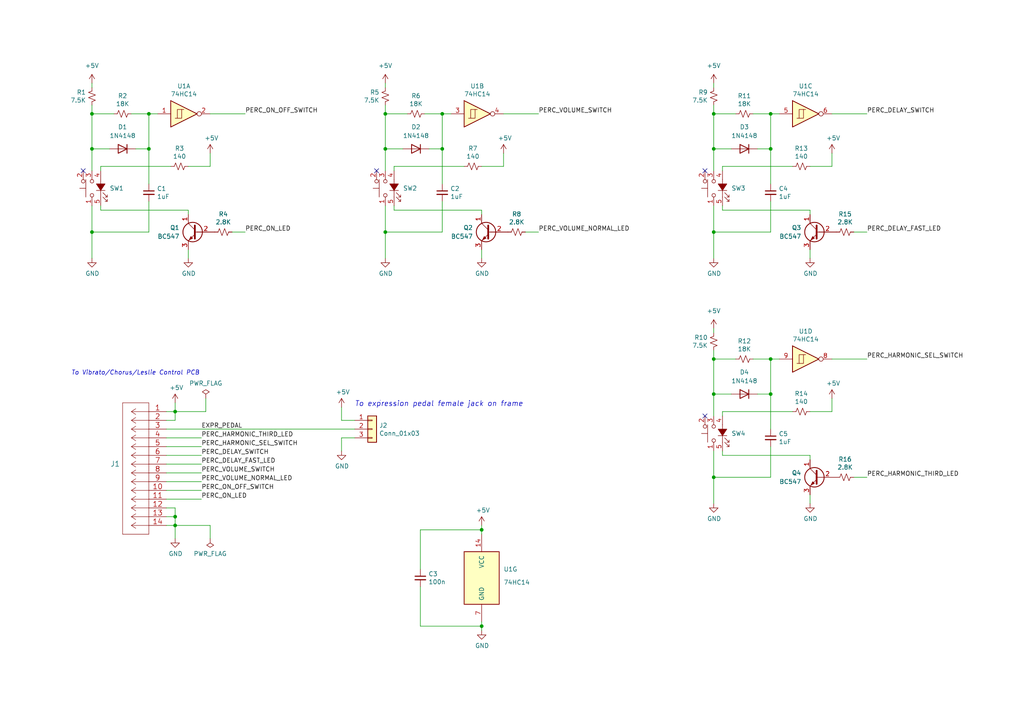
<source format=kicad_sch>
(kicad_sch (version 20231120) (generator "eeschema") (generator_version "8.0")
  (paper "A4")
  (title_block (title "B3 Percussions + Expression Pedal Controls") (date "2022-02-26") (rev "1.0") (company "Picherie"))
  (lib_symbols
    (symbol "74xx:74HC14" (pin_names (offset 1.016))
      (property "Reference" "U" (at 0 1.27 0))
      (property "Value" "74HC14" (at 0 -1.27 0))
      (symbol "74HC14_1_0"
        (polyline (pts (xy -3.81 3.81) (xy -3.81 -3.81) (xy 3.81 0) (xy -3.81 3.81)) (stroke (width 0.254)) (fill (type background)))
        (pin input line (at -7.62 0 0) (length 3.81) (name "~") (number "1"))
        (pin output inverted (at 7.62 0 180) (length 3.81) (name "~") (number "2"))
      )
      (symbol "74HC14_1_1"
        (polyline (pts (xy -1.905 -1.27) (xy -1.905 1.27) (xy -0.635 1.27)))
        (polyline (pts (xy -2.54 -1.27) (xy -0.635 -1.27) (xy -0.635 1.27) (xy 0 1.27)))
      )
      (symbol "74HC14_2_0"
        (polyline (pts (xy -3.81 3.81) (xy -3.81 -3.81) (xy 3.81 0) (xy -3.81 3.81)) (stroke (width 0.254)) (fill (type background)))
        (pin input line (at -7.62 0 0) (length 3.81) (name "~") (number "3"))
        (pin output inverted (at 7.62 0 180) (length 3.81) (name "~") (number "4"))
      )
      (symbol "74HC14_2_1"
        (polyline (pts (xy -1.905 -1.27) (xy -1.905 1.27) (xy -0.635 1.27)))
        (polyline (pts (xy -2.54 -1.27) (xy -0.635 -1.27) (xy -0.635 1.27) (xy 0 1.27)))
      )
      (symbol "74HC14_3_0"
        (polyline (pts (xy -3.81 3.81) (xy -3.81 -3.81) (xy 3.81 0) (xy -3.81 3.81)) (stroke (width 0.254)) (fill (type background)))
        (pin input line (at -7.62 0 0) (length 3.81) (name "~") (number "5"))
        (pin output inverted (at 7.62 0 180) (length 3.81) (name "~") (number "6"))
      )
      (symbol "74HC14_3_1"
        (polyline (pts (xy -1.905 -1.27) (xy -1.905 1.27) (xy -0.635 1.27)))
        (polyline (pts (xy -2.54 -1.27) (xy -0.635 -1.27) (xy -0.635 1.27) (xy 0 1.27)))
      )
      (symbol "74HC14_4_0"
        (polyline (pts (xy -3.81 3.81) (xy -3.81 -3.81) (xy 3.81 0) (xy -3.81 3.81)) (stroke (width 0.254)) (fill (type background)))
        (pin output inverted (at 7.62 0 180) (length 3.81) (name "~") (number "8"))
        (pin input line (at -7.62 0 0) (length 3.81) (name "~") (number "9"))
      )
      (symbol "74HC14_4_1"
        (polyline (pts (xy -1.905 -1.27) (xy -1.905 1.27) (xy -0.635 1.27)))
        (polyline (pts (xy -2.54 -1.27) (xy -0.635 -1.27) (xy -0.635 1.27) (xy 0 1.27)))
      )
      (symbol "74HC14_5_0"
        (polyline (pts (xy -3.81 3.81) (xy -3.81 -3.81) (xy 3.81 0) (xy -3.81 3.81)) (stroke (width 0.254)) (fill (type background)))
        (pin output inverted (at 7.62 0 180) (length 3.81) (name "~") (number "10"))
        (pin input line (at -7.62 0 0) (length 3.81) (name "~") (number "11"))
      )
      (symbol "74HC14_5_1"
        (polyline (pts (xy -1.905 -1.27) (xy -1.905 1.27) (xy -0.635 1.27)))
        (polyline (pts (xy -2.54 -1.27) (xy -0.635 -1.27) (xy -0.635 1.27) (xy 0 1.27)))
      )
      (symbol "74HC14_6_0"
        (polyline (pts (xy -3.81 3.81) (xy -3.81 -3.81) (xy 3.81 0) (xy -3.81 3.81)) (stroke (width 0.254)) (fill (type background)))
        (pin output inverted (at 7.62 0 180) (length 3.81) (name "~") (number "12"))
        (pin input line (at -7.62 0 0) (length 3.81) (name "~") (number "13"))
      )
      (symbol "74HC14_6_1"
        (polyline (pts (xy -1.905 -1.27) (xy -1.905 1.27) (xy -0.635 1.27)))
        (polyline (pts (xy -2.54 -1.27) (xy -0.635 -1.27) (xy -0.635 1.27) (xy 0 1.27)))
      )
      (symbol "74HC14_7_0"
        (pin power_in line (at 0 12.7 270) (length 5.08) (name "VCC") (number "14"))
        (pin power_in line (at 0 -12.7 90) (length 5.08) (name "GND") (number "7"))
      )
      (symbol "74HC14_7_1"
        (rectangle (start -5.08 7.62) (end 5.08 -7.62) (stroke (width 0.254)) (fill (type background)))
      )
    )
    (symbol "B3_Switches_Library:E-SWITCH-SW_Push_LED" (pin_names (offset 1.016) hide)
      (property "Reference" "SW" (at -3.556 6.604 0))
      (property "Value" "E-SWITCH-SW_Push_LED" (at 0 -3.175 0))
      (symbol "E-SWITCH-SW_Push_LED_0_0"
        (polyline (pts (xy -3.81 -1.905) (xy -2.54 -0.635)))
        (polyline (pts (xy -2.54 -1.905) (xy -1.27 -0.635)))
        (polyline (pts (xy -2.54 0) (xy 2.54 0)))
        (polyline (pts (xy -0.635 1.27) (xy -0.635 -1.27)))
        (polyline (pts (xy -3.81 -1.27) (xy -3.81 -1.905) (xy -3.175 -1.905)))
        (polyline (pts (xy -2.54 -1.27) (xy -2.54 -1.905) (xy -1.905 -1.905)))
        (polyline (pts (xy -0.635 0) (xy 1.27 1.27) (xy 1.27 -1.27) (xy -0.635 0)) (fill (type outline)))
      )
      (symbol "E-SWITCH-SW_Push_LED_0_1"
        (circle (center -2.032 2.54) (radius 0.508))
        (polyline (pts (xy 0 4.318) (xy 0 6.096)))
        (polyline (pts (xy 2.54 4.318) (xy -2.54 4.318)))
        (circle (center 2.032 2.54) (radius 0.508))
        (circle (center 2.032 5.08) (radius 0.508))
        (pin passive line (at -5.08 2.54 0) (length 2.54) (name "1") (number "1"))
        (pin passive line (at 5.08 5.08 180) (length 2.54) (name "2") (number "2"))
        (pin passive line (at 5.08 2.54 180) (length 2.54) (name "3") (number "3"))
        (pin passive line (at 5.08 0 180) (length 2.54) (name "A") (number "4"))
        (pin passive line (at -5.08 0 0) (length 2.54) (name "K") (number "5"))
      )
    )
    (symbol "Connector_Generic:Conn_01x03" (pin_names (offset 1.016) hide)
      (property "Reference" "J" (at 0 5.08 0))
      (property "Value" "Conn_01x03" (at 0 -5.08 0))
      (symbol "Conn_01x03_1_1"
        (rectangle (start -1.27 -2.413) (end 0 -2.667) (stroke (width 0.1524)))
        (rectangle (start -1.27 0.127) (end 0 -0.127) (stroke (width 0.1524)))
        (rectangle (start -1.27 2.667) (end 0 2.413) (stroke (width 0.1524)))
        (rectangle (start -1.27 3.81) (end 1.27 -3.81) (stroke (width 0.254)) (fill (type background)))
        (pin passive line (at -5.08 2.54 0) (length 3.81) (name "Pin_1") (number "1"))
        (pin passive line (at -5.08 0 0) (length 3.81) (name "Pin_2") (number "2"))
        (pin passive line (at -5.08 -2.54 0) (length 3.81) (name "Pin_3") (number "3"))
      )
    )
    (symbol "Device:C_Small" (pin_numbers hide) (pin_names (offset 0.254) hide)
      (property "Reference" "C" (at 0.254 1.778 0))
      (property "Value" "C_Small" (at 0.254 -2.032 0))
      (symbol "C_Small_0_1"
        (polyline (pts (xy -1.524 -0.508) (xy 1.524 -0.508)) (stroke (width 0.3302)))
        (polyline (pts (xy -1.524 0.508) (xy 1.524 0.508)) (stroke (width 0.3048)))
      )
      (symbol "C_Small_1_1"
        (pin passive line (at 0 2.54 270) (length 2.032) (name "~") (number "1"))
        (pin passive line (at 0 -2.54 90) (length 2.032) (name "~") (number "2"))
      )
    )
    (symbol "Device:R_Small_US" (pin_numbers hide) (pin_names (offset 0.254) hide)
      (property "Reference" "R" (at 0.762 0.508 0))
      (property "Value" "R_Small_US" (at 0.762 -1.016 0))
      (symbol "R_Small_US_1_1"
        (polyline (pts (xy 0 0) (xy 1.016 -0.381) (xy 0 -0.762) (xy -1.016 -1.143) (xy 0 -1.524)))
        (polyline (pts (xy 0 1.524) (xy 1.016 1.143) (xy 0 0.762) (xy -1.016 0.381) (xy 0 0)))
        (pin passive line (at 0 2.54 270) (length 1.016) (name "~") (number "1"))
        (pin passive line (at 0 -2.54 90) (length 1.016) (name "~") (number "2"))
      )
    )
    (symbol "Diode:1N4148" (pin_numbers hide) (pin_names (offset 1.016) hide)
      (property "Reference" "D" (at 0 2.54 0))
      (property "Value" "1N4148" (at 0 -2.54 0))
      (symbol "1N4148_0_1"
        (polyline (pts (xy -1.27 1.27) (xy -1.27 -1.27)) (stroke (width 0.254)))
        (polyline (pts (xy 1.27 0) (xy -1.27 0)))
        (polyline (pts (xy 1.27 1.27) (xy 1.27 -1.27) (xy -1.27 0) (xy 1.27 1.27)) (stroke (width 0.254)))
      )
      (symbol "1N4148_1_1"
        (pin passive line (at -3.81 0 0) (length 2.54) (name "K") (number "1"))
        (pin passive line (at 3.81 0 180) (length 2.54) (name "A") (number "2"))
      )
    )
    (symbol "Transistor_BJT:BC547" (pin_names (offset 0) hide)
      (property "Reference" "Q" (at 5.08 1.905 0))
      (property "Value" "BC547" (at 5.08 0 0))
      (symbol "BC547_0_1"
        (polyline (pts (xy 0 0) (xy 0.635 0)))
        (polyline (pts (xy 0.635 0.635) (xy 2.54 2.54)))
        (polyline (pts (xy 0.635 -0.635) (xy 2.54 -2.54) (xy 2.54 -2.54)))
        (polyline (pts (xy 0.635 1.905) (xy 0.635 -1.905) (xy 0.635 -1.905)) (stroke (width 0.508)))
        (polyline (pts (xy 1.27 -1.778) (xy 1.778 -1.27) (xy 2.286 -2.286) (xy 1.27 -1.778) (xy 1.27 -1.778)) (fill (type outline)))
        (circle (center 1.27 0) (radius 2.8194) (stroke (width 0.254)))
      )
      (symbol "BC547_1_1"
        (pin passive line (at 2.54 5.08 270) (length 2.54) (name "C") (number "1"))
        (pin input line (at -5.08 0 0) (length 5.08) (name "B") (number "2"))
        (pin passive line (at 2.54 -5.08 90) (length 2.54) (name "E") (number "3"))
      )
    )
    (symbol "b3_connectors_library:8-215079-4" (pin_names (offset 0.254) hide)
      (property "Reference" "J" (at 8.89 6.35 0))
      (property "Value" "8-215079-4" (at 10.16 -15.24 0))
      (symbol "8-215079-4_1_1"
        (polyline (pts (xy 5.08 -35.56) (xy 12.7 -35.56)) (stroke (width 0.127)))
        (polyline (pts (xy 5.08 2.54) (xy 5.08 -35.56)) (stroke (width 0.127)))
        (polyline (pts (xy 10.16 -33.02) (xy 5.08 -33.02)) (stroke (width 0.127)))
        (polyline (pts (xy 10.16 -33.02) (xy 8.89 -33.8582)) (stroke (width 0.127)))
        (polyline (pts (xy 10.16 -33.02) (xy 8.89 -32.1818)) (stroke (width 0.127)))
        (polyline (pts (xy 10.16 -30.48) (xy 5.08 -30.48)) (stroke (width 0.127)))
        (polyline (pts (xy 10.16 -30.48) (xy 8.89 -31.3182)) (stroke (width 0.127)))
        (polyline (pts (xy 10.16 -30.48) (xy 8.89 -29.6418)) (stroke (width 0.127)))
        (polyline (pts (xy 10.16 -27.94) (xy 5.08 -27.94)) (stroke (width 0.127)))
        (polyline (pts (xy 10.16 -27.94) (xy 8.89 -28.7782)) (stroke (width 0.127)))
        (polyline (pts (xy 10.16 -27.94) (xy 8.89 -27.1018)) (stroke (width 0.127)))
        (polyline (pts (xy 10.16 -25.4) (xy 5.08 -25.4)) (stroke (width 0.127)))
        (polyline (pts (xy 10.16 -25.4) (xy 8.89 -26.2382)) (stroke (width 0.127)))
        (polyline (pts (xy 10.16 -25.4) (xy 8.89 -24.5618)) (stroke (width 0.127)))
        (polyline (pts (xy 10.16 -22.86) (xy 5.08 -22.86)) (stroke (width 0.127)))
        (polyline (pts (xy 10.16 -22.86) (xy 8.89 -23.6982)) (stroke (width 0.127)))
        (polyline (pts (xy 10.16 -22.86) (xy 8.89 -22.0218)) (stroke (width 0.127)))
        (polyline (pts (xy 10.16 -20.32) (xy 5.08 -20.32)) (stroke (width 0.127)))
        (polyline (pts (xy 10.16 -20.32) (xy 8.89 -21.1582)) (stroke (width 0.127)))
        (polyline (pts (xy 10.16 -20.32) (xy 8.89 -19.4818)) (stroke (width 0.127)))
        (polyline (pts (xy 10.16 -17.78) (xy 5.08 -17.78)) (stroke (width 0.127)))
        (polyline (pts (xy 10.16 -17.78) (xy 8.89 -18.6182)) (stroke (width 0.127)))
        (polyline (pts (xy 10.16 -17.78) (xy 8.89 -16.9418)) (stroke (width 0.127)))
        (polyline (pts (xy 10.16 -15.24) (xy 5.08 -15.24)) (stroke (width 0.127)))
        (polyline (pts (xy 10.16 -15.24) (xy 8.89 -16.0782)) (stroke (width 0.127)))
        (polyline (pts (xy 10.16 -15.24) (xy 8.89 -14.4018)) (stroke (width 0.127)))
        (polyline (pts (xy 10.16 -12.7) (xy 5.08 -12.7)) (stroke (width 0.127)))
        (polyline (pts (xy 10.16 -12.7) (xy 8.89 -13.5382)) (stroke (width 0.127)))
        (polyline (pts (xy 10.16 -12.7) (xy 8.89 -11.8618)) (stroke (width 0.127)))
        (polyline (pts (xy 10.16 -10.16) (xy 5.08 -10.16)) (stroke (width 0.127)))
        (polyline (pts (xy 10.16 -10.16) (xy 8.89 -10.9982)) (stroke (width 0.127)))
        (polyline (pts (xy 10.16 -10.16) (xy 8.89 -9.3218)) (stroke (width 0.127)))
        (polyline (pts (xy 10.16 -7.62) (xy 5.08 -7.62)) (stroke (width 0.127)))
        (polyline (pts (xy 10.16 -7.62) (xy 8.89 -8.4582)) (stroke (width 0.127)))
        (polyline (pts (xy 10.16 -7.62) (xy 8.89 -6.7818)) (stroke (width 0.127)))
        (polyline (pts (xy 10.16 -5.08) (xy 5.08 -5.08)) (stroke (width 0.127)))
        (polyline (pts (xy 10.16 -5.08) (xy 8.89 -5.9182)) (stroke (width 0.127)))
        (polyline (pts (xy 10.16 -5.08) (xy 8.89 -4.2418)) (stroke (width 0.127)))
        (polyline (pts (xy 10.16 -2.54) (xy 5.08 -2.54)) (stroke (width 0.127)))
        (polyline (pts (xy 10.16 -2.54) (xy 8.89 -3.3782)) (stroke (width 0.127)))
        (polyline (pts (xy 10.16 -2.54) (xy 8.89 -1.7018)) (stroke (width 0.127)))
        (polyline (pts (xy 10.16 0) (xy 5.08 0)) (stroke (width 0.127)))
        (polyline (pts (xy 10.16 0) (xy 8.89 -0.8382)) (stroke (width 0.127)))
        (polyline (pts (xy 10.16 0) (xy 8.89 0.8382)) (stroke (width 0.127)))
        (polyline (pts (xy 12.7 -35.56) (xy 12.7 2.54)) (stroke (width 0.127)))
        (polyline (pts (xy 12.7 2.54) (xy 5.08 2.54)) (stroke (width 0.127)))
        (pin passive line (at 0 0 0) (length 5.08) (name "1") (number "1"))
        (pin passive line (at 0 -22.86 0) (length 5.08) (name "10") (number "10"))
        (pin passive line (at 0 -25.4 0) (length 5.08) (name "11") (number "11"))
        (pin passive line (at 0 -27.94 0) (length 5.08) (name "12") (number "12"))
        (pin passive line (at 0 -30.48 0) (length 5.08) (name "13") (number "13"))
        (pin passive line (at 0 -33.02 0) (length 5.08) (name "14") (number "14"))
        (pin passive line (at 0 -2.54 0) (length 5.08) (name "2") (number "2"))
        (pin passive line (at 0 -5.08 0) (length 5.08) (name "3") (number "3"))
        (pin passive line (at 0 -7.62 0) (length 5.08) (name "4") (number "4"))
        (pin passive line (at 0 -10.16 0) (length 5.08) (name "5") (number "5"))
        (pin passive line (at 0 -12.7 0) (length 5.08) (name "6") (number "6"))
        (pin passive line (at 0 -15.24 0) (length 5.08) (name "7") (number "7"))
        (pin passive line (at 0 -17.78 0) (length 5.08) (name "8") (number "8"))
        (pin passive line (at 0 -20.32 0) (length 5.08) (name "9") (number "9"))
      )
    )
    (symbol "power:+5V" (power) (pin_names (offset 0))
      (property "Value" "+5V" (at 0 3.556 0))
      (symbol "+5V_0_1"
        (polyline (pts (xy -0.762 1.27) (xy 0 2.54)))
        (polyline (pts (xy 0 0) (xy 0 2.54)))
        (polyline (pts (xy 0 2.54) (xy 0.762 1.27)))
      )
      (symbol "+5V_1_1"
        (pin power_in line (at 0 0 90) (length 0) hide (name "+5V") (number "1"))
      )
    )
    (symbol "power:GND" (power) (pin_names (offset 0))
      (property "Value" "GND" (at 0 -3.81 0))
      (symbol "GND_0_1"
        (polyline (pts (xy 0 0) (xy 0 -1.27) (xy 1.27 -1.27) (xy 0 -2.54) (xy -1.27 -1.27) (xy 0 -1.27)))
      )
      (symbol "GND_1_1"
        (pin power_in line (at 0 0 270) (length 0) hide (name "GND") (number "1"))
      )
    )
    (symbol "power:PWR_FLAG" (power) (pin_numbers hide) (pin_names (offset 0) hide)
      (property "Value" "PWR_FLAG" (at 0 3.81 0))
      (symbol "PWR_FLAG_0_0"
        (pin power_out line (at 0 0 90) (length 0) (name "pwr") (number "1"))
      )
      (symbol "PWR_FLAG_0_1"
        (polyline (pts (xy 0 0) (xy 0 1.27) (xy -1.016 1.905) (xy 0 2.54) (xy 1.016 1.905) (xy 0 1.27)))
      )
    )
  )
  (junction (at 43.18 33.02))
  (junction (at 50.8 119.38))
  (junction (at 223.52 104.14))
  (junction (at 128.27 43.18))
  (junction (at 223.52 114.3))
  (junction (at 223.52 43.18))
  (junction (at 207.01 114.3))
  (junction (at 50.8 149.86))
  (junction (at 111.76 43.18))
  (junction (at 207.01 104.14))
  (junction (at 43.18 43.18))
  (junction (at 207.01 138.43))
  (junction (at 223.52 33.02))
  (junction (at 207.01 33.02))
  (junction (at 139.7 181.61))
  (junction (at 26.67 67.31))
  (junction (at 207.01 67.31))
  (junction (at 207.01 43.18))
  (junction (at 139.7 153.67))
  (junction (at 111.76 33.02))
  (junction (at 111.76 67.31))
  (junction (at 26.67 33.02))
  (junction (at 128.27 33.02))
  (junction (at 50.8 152.4))
  (junction (at 26.67 43.18))
  (no_connect (at 204.47 49.53))
  (no_connect (at 24.13 49.53))
  (no_connect (at 109.22 49.53))
  (no_connect (at 204.47 120.65))
  (wire (pts (xy 139.7 153.67) (xy 139.7 154.94)))
  (wire (pts (xy 111.76 59.69) (xy 111.76 67.31)))
  (wire (pts (xy 26.67 59.69) (xy 26.67 67.31)))
  (wire (pts (xy 59.69 115.57) (xy 59.69 119.38)))
  (wire (pts (xy 139.7 152.4) (xy 139.7 153.67)))
  (wire (pts (xy 43.18 58.42) (xy 43.18 67.31)))
  (wire (pts (xy 26.67 30.48) (xy 26.67 33.02)))
  (wire (pts (xy 209.55 120.65) (xy 209.55 119.38)))
  (wire (pts (xy 219.71 43.18) (xy 223.52 43.18)))
  (wire (pts (xy 207.01 114.3) (xy 212.09 114.3)))
  (wire (pts (xy 111.76 67.31) (xy 128.27 67.31)))
  (wire (pts (xy 207.01 95.25) (xy 207.01 96.52)))
  (wire (pts (xy 43.18 33.02) (xy 43.18 43.18)))
  (wire (pts (xy 128.27 33.02) (xy 128.27 43.18)))
  (wire (pts (xy 207.01 30.48) (xy 207.01 33.02)))
  (wire (pts (xy 111.76 24.13) (xy 111.76 25.4)))
  (wire (pts (xy 128.27 33.02) (xy 130.81 33.02)))
  (wire (pts (xy 48.26 144.78) (xy 58.42 144.78)))
  (wire (pts (xy 146.05 33.02) (xy 156.21 33.02)))
  (wire (pts (xy 111.76 43.18) (xy 111.76 49.53)))
  (wire (pts (xy 207.01 67.31) (xy 207.01 74.93)))
  (wire (pts (xy 67.31 67.31) (xy 71.12 67.31)))
  (wire (pts (xy 60.96 152.4) (xy 60.96 156.21)))
  (wire (pts (xy 48.26 137.16) (xy 58.42 137.16)))
  (wire (pts (xy 209.55 59.69) (xy 209.55 60.96)))
  (wire (pts (xy 111.76 33.02) (xy 111.76 43.18)))
  (wire (pts (xy 207.01 130.81) (xy 207.01 138.43)))
  (wire (pts (xy 29.21 59.69) (xy 29.21 60.96)))
  (wire (pts (xy 102.87 121.92) (xy 99.06 121.92)))
  (wire (pts (xy 43.18 43.18) (xy 43.18 53.34)))
  (wire (pts (xy 139.7 181.61) (xy 139.7 182.88)))
  (wire (pts (xy 48.26 134.62) (xy 58.42 134.62)))
  (wire (pts (xy 54.61 48.26) (xy 60.96 48.26)))
  (wire (pts (xy 60.96 33.02) (xy 71.12 33.02)))
  (wire (pts (xy 247.65 138.43) (xy 251.46 138.43)))
  (wire (pts (xy 50.8 156.21) (xy 50.8 152.4)))
  (wire (pts (xy 121.92 181.61) (xy 139.7 181.61)))
  (wire (pts (xy 121.92 181.61) (xy 121.92 170.18)))
  (wire (pts (xy 207.01 104.14) (xy 207.01 114.3)))
  (wire (pts (xy 43.18 33.02) (xy 45.72 33.02)))
  (wire (pts (xy 207.01 33.02) (xy 207.01 43.18)))
  (wire (pts (xy 102.87 127) (xy 99.06 127)))
  (wire (pts (xy 26.67 43.18) (xy 31.75 43.18)))
  (wire (pts (xy 26.67 33.02) (xy 33.02 33.02)))
  (wire (pts (xy 59.69 119.38) (xy 50.8 119.38)))
  (wire (pts (xy 209.55 48.26) (xy 229.87 48.26)))
  (wire (pts (xy 50.8 116.84) (xy 50.8 119.38)))
  (wire (pts (xy 99.06 121.92) (xy 99.06 118.11)))
  (wire (pts (xy 48.26 139.7) (xy 58.42 139.7)))
  (wire (pts (xy 39.37 43.18) (xy 43.18 43.18)))
  (wire (pts (xy 223.52 114.3) (xy 223.52 124.46)))
  (wire (pts (xy 218.44 33.02) (xy 223.52 33.02)))
  (wire (pts (xy 121.92 153.67) (xy 139.7 153.67)))
  (wire (pts (xy 111.76 33.02) (xy 118.11 33.02)))
  (wire (pts (xy 38.1 33.02) (xy 43.18 33.02)))
  (wire (pts (xy 223.52 104.14) (xy 226.06 104.14)))
  (wire (pts (xy 123.19 33.02) (xy 128.27 33.02)))
  (wire (pts (xy 207.01 101.6) (xy 207.01 104.14)))
  (wire (pts (xy 111.76 43.18) (xy 116.84 43.18)))
  (wire (pts (xy 121.92 153.67) (xy 121.92 165.1)))
  (wire (pts (xy 146.05 48.26) (xy 146.05 44.45)))
  (wire (pts (xy 234.95 60.96) (xy 234.95 62.23)))
  (wire (pts (xy 223.52 104.14) (xy 223.52 114.3)))
  (wire (pts (xy 54.61 60.96) (xy 54.61 62.23)))
  (wire (pts (xy 241.3 119.38) (xy 241.3 115.57)))
  (wire (pts (xy 218.44 104.14) (xy 223.52 104.14)))
  (wire (pts (xy 207.01 114.3) (xy 207.01 120.65)))
  (wire (pts (xy 48.26 132.08) (xy 58.42 132.08)))
  (wire (pts (xy 60.96 152.4) (xy 50.8 152.4)))
  (wire (pts (xy 207.01 33.02) (xy 213.36 33.02)))
  (wire (pts (xy 209.55 60.96) (xy 234.95 60.96)))
  (wire (pts (xy 139.7 74.93) (xy 139.7 72.39)))
  (wire (pts (xy 209.55 130.81) (xy 209.55 132.08)))
  (wire (pts (xy 241.3 104.14) (xy 251.46 104.14)))
  (wire (pts (xy 241.3 33.02) (xy 251.46 33.02)))
  (wire (pts (xy 139.7 180.34) (xy 139.7 181.61)))
  (wire (pts (xy 209.55 119.38) (xy 229.87 119.38)))
  (wire (pts (xy 54.61 74.93) (xy 54.61 72.39)))
  (wire (pts (xy 26.67 33.02) (xy 26.67 43.18)))
  (wire (pts (xy 50.8 152.4) (xy 50.8 149.86)))
  (wire (pts (xy 207.01 43.18) (xy 207.01 49.53)))
  (wire (pts (xy 29.21 49.53) (xy 29.21 48.26)))
  (wire (pts (xy 207.01 104.14) (xy 213.36 104.14)))
  (wire (pts (xy 209.55 132.08) (xy 234.95 132.08)))
  (wire (pts (xy 50.8 149.86) (xy 50.8 147.32)))
  (wire (pts (xy 48.26 119.38) (xy 50.8 119.38)))
  (wire (pts (xy 209.55 49.53) (xy 209.55 48.26)))
  (wire (pts (xy 234.95 119.38) (xy 241.3 119.38)))
  (wire (pts (xy 207.01 59.69) (xy 207.01 67.31)))
  (wire (pts (xy 207.01 67.31) (xy 223.52 67.31)))
  (wire (pts (xy 139.7 60.96) (xy 139.7 62.23)))
  (wire (pts (xy 99.06 127) (xy 99.06 130.81)))
  (wire (pts (xy 223.52 58.42) (xy 223.52 67.31)))
  (wire (pts (xy 50.8 121.92) (xy 48.26 121.92)))
  (wire (pts (xy 29.21 48.26) (xy 49.53 48.26)))
  (wire (pts (xy 234.95 74.93) (xy 234.95 72.39)))
  (wire (pts (xy 26.67 24.13) (xy 26.67 25.4)))
  (wire (pts (xy 207.01 138.43) (xy 207.01 146.05)))
  (wire (pts (xy 111.76 67.31) (xy 111.76 74.93)))
  (wire (pts (xy 26.67 43.18) (xy 26.67 49.53)))
  (wire (pts (xy 128.27 58.42) (xy 128.27 67.31)))
  (wire (pts (xy 26.67 67.31) (xy 43.18 67.31)))
  (wire (pts (xy 48.26 149.86) (xy 50.8 149.86)))
  (wire (pts (xy 48.26 129.54) (xy 58.42 129.54)))
  (wire (pts (xy 234.95 132.08) (xy 234.95 133.35)))
  (wire (pts (xy 50.8 119.38) (xy 50.8 121.92)))
  (wire (pts (xy 234.95 48.26) (xy 241.3 48.26)))
  (wire (pts (xy 50.8 147.32) (xy 48.26 147.32)))
  (wire (pts (xy 241.3 48.26) (xy 241.3 44.45)))
  (wire (pts (xy 247.65 67.31) (xy 251.46 67.31)))
  (wire (pts (xy 114.3 59.69) (xy 114.3 60.96)))
  (wire (pts (xy 207.01 138.43) (xy 223.52 138.43)))
  (wire (pts (xy 48.26 124.46) (xy 102.87 124.46)))
  (wire (pts (xy 128.27 43.18) (xy 128.27 53.34)))
  (wire (pts (xy 48.26 142.24) (xy 58.42 142.24)))
  (wire (pts (xy 48.26 152.4) (xy 50.8 152.4)))
  (wire (pts (xy 114.3 60.96) (xy 139.7 60.96)))
  (wire (pts (xy 114.3 49.53) (xy 114.3 48.26)))
  (wire (pts (xy 219.71 114.3) (xy 223.52 114.3)))
  (wire (pts (xy 26.67 67.31) (xy 26.67 74.93)))
  (wire (pts (xy 124.46 43.18) (xy 128.27 43.18)))
  (wire (pts (xy 223.52 33.02) (xy 223.52 43.18)))
  (wire (pts (xy 234.95 146.05) (xy 234.95 143.51)))
  (wire (pts (xy 111.76 30.48) (xy 111.76 33.02)))
  (wire (pts (xy 139.7 48.26) (xy 146.05 48.26)))
  (wire (pts (xy 114.3 48.26) (xy 134.62 48.26)))
  (wire (pts (xy 29.21 60.96) (xy 54.61 60.96)))
  (wire (pts (xy 48.26 127) (xy 58.42 127)))
  (wire (pts (xy 223.52 33.02) (xy 226.06 33.02)))
  (wire (pts (xy 207.01 24.13) (xy 207.01 25.4)))
  (wire (pts (xy 207.01 43.18) (xy 212.09 43.18)))
  (wire (pts (xy 223.52 43.18) (xy 223.52 53.34)))
  (wire (pts (xy 60.96 48.26) (xy 60.96 44.45)))
  (wire (pts (xy 152.4 67.31) (xy 156.21 67.31)))
  (wire (pts (xy 223.52 129.54) (xy 223.52 138.43)))
  (text "To expression pedal female jack on frame" (at 102.87 118.11 0) (effects (font (size 1.4986 1.4986) (italic yes)) (justify left bottom)))
  (text "To expression pedal female jack" (at 110.236 116.332 0) (effects (font (size 0.001 0.001) (italic yes)) (justify left bottom)))
  (text "To Vibrato/Chorus/Leslie Control PCB" (at 57.912 108.966 0) (effects (font (size 1.27 1.27) (italic yes)) (justify right bottom)))
  (label "PERC_DELAY_FAST_LED" (at 58.42 134.62 0))
  (label "EXPR_PEDAL" (at 58.42 124.46 0))
  (label "PERC_DELAY_SWITCH" (at 58.42 132.08 0))
  (label "PERC_HARMONIC_SEL_SWITCH" (at 58.42 129.54 0))
  (label "PERC_ON_OFF_SWITCH" (at 71.12 33.02 0))
  (label "PERC_HARMONIC_THIRD_LED" (at 251.46 138.43 0))
  (label "PERC_HARMONIC_SEL_SWITCH" (at 251.46 104.14 0))
  (label "PERC_VOLUME_SWITCH" (at 58.42 137.16 0))
  (label "PERC_ON_OFF_SWITCH" (at 58.42 142.24 0))
  (label "PERC_VOLUME_NORMAL_LED" (at 58.42 139.7 0))
  (label "PERC_DELAY_SWITCH" (at 251.46 33.02 0))
  (label "PERC_VOLUME_NORMAL_LED" (at 156.21 67.31 0))
  (label "PERC_HARMONIC_THIRD_LED" (at 58.42 127 0))
  (label "PERC_ON_LED" (at 71.12 67.31 0))
  (label "PERC_ON_LED" (at 58.42 144.78 0))
  (label "PERC_DELAY_FAST_LED" (at 251.46 67.31 0))
  (label "PERC_VOLUME_SWITCH" (at 156.21 33.02 0))
  (symbol (lib_id "Connector_Generic:Conn_01x03") (at 107.95 124.46 0) (unit 1)
    (property "Reference" "J2" (at 109.982 123.3932 0) (effects (justify left)))
    (property "Value" "Conn_01x03" (at 109.982 125.7046 0) (effects (justify left)))
    (property "Footprint" "Connector_PinHeader_2.54mm:PinHeader_1x03_P2.54mm_Vertical" (effects (hide yes)))
    (property "Datasheet" "https://fr.farnell.com/multicomp-pro/mp008514/bornier-fil-a-carte-3-voies-18awg/dp/3817461" (effects (hide yes)))
  )
  (symbol (lib_id "power:+5V") (at 99.06 118.11 0) (unit 1)
    (property "Reference" "#PWR07" (effects (hide yes)))
    (property "Value" "+5V" (at 99.441 113.7158 0))
  )
  (symbol (lib_id "power:GND") (at 99.06 130.81 0) (unit 1)
    (property "Reference" "#PWR08" (effects (hide yes)))
    (property "Value" "GND" (at 99.187 135.2042 0))
  )
  (symbol (lib_id "b3_connectors_library:8-215079-4") (at 48.26 119.38 0) (mirror y) (unit 1)
    (property "Reference" "J1" (at 34.8488 134.5438 0) (effects (font (size 1.524 1.524)) (justify left)))
    (property "Value" "8-215079-4" (effects (hide yes)))
    (property "Footprint" "b3_connectors_library:MicroMatch_2x07_P1.27mm_Vertical" (effects (hide yes)))
    (property "Datasheet" "https://fr.farnell.com/amp-te-connectivity/8-215079-4/embase-entree-sup-14-voies/dp/148647" (effects (hide yes)))
  )
  (symbol (lib_id "power:+5V") (at 50.8 116.84 0) (unit 1)
    (property "Reference" "#PWR03" (effects (hide yes)))
    (property "Value" "+5V" (at 51.181 112.4458 0))
  )
  (symbol (lib_id "power:GND") (at 50.8 156.21 0) (unit 1)
    (property "Reference" "#PWR04" (effects (hide yes)))
    (property "Value" "GND" (at 50.927 160.6042 0))
  )
  (symbol (lib_id "power:PWR_FLAG") (at 60.96 156.21 180) (unit 1)
    (property "Reference" "#FLG02" (effects (hide yes)))
    (property "Value" "PWR_FLAG" (at 60.96 160.6042 0))
  )
  (symbol (lib_id "74xx:74HC14") (at 139.7 167.64 0) (unit 7)
    (property "Reference" "U1" (at 146.05 165.1 0) (effects (justify left)))
    (property "Value" "74HC14" (at 146.05 168.91 0) (effects (justify left)))
    (property "Footprint" "Package_SO:SOIC-14_3.9x8.7mm_P1.27mm" (effects (hide yes)))
    (property "Datasheet" "https://fr.farnell.com/texas-instruments/cd74hc14e/ic-74hc-74hc14-dip14-6v/dp/3120195?st=74hc14" (effects (hide yes)))
  )
  (symbol (lib_id "power:+5V") (at 139.7 152.4 0) (unit 1)
    (property "Reference" "#PWR011" (effects (hide yes)))
    (property "Value" "+5V" (at 140.081 148.0058 0))
  )
  (symbol (lib_id "power:GND") (at 139.7 182.88 0) (unit 1)
    (property "Reference" "#PWR012" (effects (hide yes)))
    (property "Value" "GND" (at 139.827 187.2742 0))
  )
  (symbol (lib_id "Device:C_Small") (at 121.92 167.64 0) (unit 1)
    (property "Reference" "C3" (at 124.2568 166.4716 0) (effects (justify left)))
    (property "Value" "100n" (at 124.2568 168.783 0) (effects (justify left)))
    (property "Footprint" "Capacitor_SMD:C_1206_3216Metric_Pad1.33x1.80mm_HandSolder" (effects (hide yes)))
    (property "Datasheet" "https://fr.farnell.com/kemet/c1206f104k3ractu/condensateur-0-1-f-25v-10-x7r/dp/2581109" (effects (hide yes)))
  )
  (symbol (lib_id "power:PWR_FLAG") (at 59.69 115.57 0) (unit 1)
    (property "Reference" "#FLG01" (effects (hide yes)))
    (property "Value" "PWR_FLAG" (at 59.69 111.1758 0))
  )
  (symbol (lib_id "power:GND") (at 234.95 74.93 0) (unit 1)
    (property "Reference" "#PWR019" (effects (hide yes)))
    (property "Value" "GND" (at 235.077 79.3242 0))
  )
  (symbol (lib_id "Device:C_Small") (at 223.52 127 0) (unit 1)
    (property "Reference" "C5" (at 225.8568 125.8316 0) (effects (justify left)))
    (property "Value" "1uF" (at 225.8568 128.143 0) (effects (justify left)))
    (property "Footprint" "Capacitor_SMD:C_1206_3216Metric_Pad1.33x1.80mm_HandSolder" (effects (hide yes)))
    (property "Datasheet" "https://fr.farnell.com/kemet/c1206c105k3ractu/condensateur-1-f-25v-10-x7r-1206/dp/9227865" (effects (hide yes)))
  )
  (symbol (lib_id "power:+5V") (at 207.01 24.13 0) (unit 1)
    (property "Reference" "#PWR015" (effects (hide yes)))
    (property "Value" "+5V" (at 207.01 19.05 0))
  )
  (symbol (lib_id "power:+5V") (at 241.3 44.45 0) (unit 1)
    (property "Reference" "#PWR021" (effects (hide yes)))
    (property "Value" "+5V" (at 241.681 40.0558 0))
  )
  (symbol (lib_id "B3_Switches_Library:E-SWITCH-SW_Push_LED") (at 114.3 54.61 90) (unit 1)
    (property "Reference" "SW2" (at 116.8908 54.61 90) (effects (justify right)))
    (property "Value" "E-SWITCH-SW_Push_LED" (effects (hide yes)))
    (property "Footprint" "b3_buttons_library:5511MBLKRED" (effects (hide yes)))
    (property "Datasheet" "https://www.digikey.fr/product-detail/fr/e-switch/5511MBLKRED/EG1715-ND/271592" (effects (hide yes)))
  )
  (symbol (lib_id "power:+5V") (at 207.01 95.25 0) (unit 1)
    (property "Reference" "#PWR017" (effects (hide yes)))
    (property "Value" "+5V" (at 207.01 90.17 0))
  )
  (symbol (lib_id "74xx:74HC14") (at 138.43 33.02 0) (unit 2)
    (property "Reference" "U1" (at 138.43 24.9682 0))
    (property "Value" "74HC14" (at 138.43 27.2796 0))
    (property "Footprint" "Package_SO:SOIC-14_3.9x8.7mm_P1.27mm" (effects (hide yes)))
    (property "Datasheet" "https://fr.farnell.com/texas-instruments/cd74hc14e/ic-74hc-74hc14-dip14-6v/dp/3120195?st=74hc14" (effects (hide yes)))
  )
  (symbol (lib_id "Device:R_Small_US") (at 207.01 99.06 0) (mirror y) (unit 1)
    (property "Reference" "R10" (at 205.2828 97.8916 0) (effects (justify left)))
    (property "Value" "7.5K" (at 205.2828 100.203 0) (effects (justify left)))
    (property "Footprint" "Resistor_SMD:R_1206_3216Metric_Pad1.30x1.75mm_HandSolder" (effects (hide yes)))
    (property "Datasheet" "https://fr.farnell.com/tt-electronics-welwyn/wcr1206-7k5fi/res-couche-epaisse-7-5k-1-0-25w/dp/1100215" (effects (hide yes)))
  )
  (symbol (lib_id "Device:R_Small_US") (at 245.11 67.31 270) (unit 1)
    (property "Reference" "R15" (at 245.11 62.103 90))
    (property "Value" "2.8K" (at 245.11 64.4144 90))
    (property "Footprint" "Resistor_SMD:R_1206_3216Metric_Pad1.30x1.75mm_HandSolder" (effects (hide yes)))
    (property "Datasheet" "https://fr.farnell.com/panasonic/erj8enf2801v/res-couche-epaisse-2-8k-1-0-25w/dp/2307588" (effects (hide yes)))
  )
  (symbol (lib_id "Device:R_Small_US") (at 215.9 104.14 270) (unit 1)
    (property "Reference" "R12" (at 215.9 98.933 90))
    (property "Value" "18K" (at 215.9 101.2444 90))
    (property "Footprint" "Resistor_SMD:R_1206_3216Metric_Pad1.30x1.75mm_HandSolder" (effects (hide yes)))
    (property "Datasheet" "https://fr.farnell.com/multicomp/mcwr12x1802ftl/resistance-thick-film-18kohm-1/dp/2447472" (effects (hide yes)))
  )
  (symbol (lib_id "Device:R_Small_US") (at 35.56 33.02 270) (unit 1)
    (property "Reference" "R2" (at 35.56 27.813 90))
    (property "Value" "18K" (at 35.56 30.1244 90))
    (property "Footprint" "Resistor_SMD:R_1206_3216Metric_Pad1.30x1.75mm_HandSolder" (effects (hide yes)))
    (property "Datasheet" "https://fr.farnell.com/multicomp/mcwr12x1802ftl/resistance-thick-film-18kohm-1/dp/2447472" (effects (hide yes)))
  )
  (symbol (lib_id "power:GND") (at 234.95 146.05 0) (unit 1)
    (property "Reference" "#PWR020" (effects (hide yes)))
    (property "Value" "GND" (at 235.077 150.4442 0))
  )
  (symbol (lib_id "Diode:1N4148") (at 120.65 43.18 0) (mirror y) (unit 1)
    (property "Reference" "D2" (at 120.65 36.83 0))
    (property "Value" "1N4148" (at 120.65 39.37 0))
    (property "Footprint" "Diode_THT:D_DO-35_SOD27_P7.62mm_Horizontal" (effects (hide yes)))
    (property "Datasheet" "https://fr.farnell.com/on-semiconductor/1n4148tr/diode-tres-rapide-do-35/dp/9843680" (effects (hide yes)))
  )
  (symbol (lib_id "74xx:74HC14") (at 53.34 33.02 0) (unit 1)
    (property "Reference" "U1" (at 53.34 24.9682 0))
    (property "Value" "74HC14" (at 53.34 27.2796 0))
    (property "Footprint" "Package_SO:SOIC-14_3.9x8.7mm_P1.27mm" (effects (hide yes)))
    (property "Datasheet" "https://fr.farnell.com/texas-instruments/cd74hc14e/ic-74hc-74hc14-dip14-6v/dp/3120195?st=74hc14" (effects (hide yes)))
  )
  (symbol (lib_id "Device:R_Small_US") (at 215.9 33.02 270) (unit 1)
    (property "Reference" "R11" (at 215.9 27.813 90))
    (property "Value" "18K" (at 215.9 30.1244 90))
    (property "Footprint" "Resistor_SMD:R_1206_3216Metric_Pad1.30x1.75mm_HandSolder" (effects (hide yes)))
    (property "Datasheet" "https://fr.farnell.com/multicomp/mcwr12x1802ftl/resistance-thick-film-18kohm-1/dp/2447472" (effects (hide yes)))
  )
  (symbol (lib_id "Device:R_Small_US") (at 120.65 33.02 270) (unit 1)
    (property "Reference" "R6" (at 120.65 27.813 90))
    (property "Value" "18K" (at 120.65 30.1244 90))
    (property "Footprint" "Resistor_SMD:R_1206_3216Metric_Pad1.30x1.75mm_HandSolder" (effects (hide yes)))
    (property "Datasheet" "https://fr.farnell.com/multicomp/mcwr12x1802ftl/resistance-thick-film-18kohm-1/dp/2447472" (effects (hide yes)))
  )
  (symbol (lib_id "Diode:1N4148") (at 35.56 43.18 0) (mirror y) (unit 1)
    (property "Reference" "D1" (at 35.56 36.83 0))
    (property "Value" "1N4148" (at 35.56 39.37 0))
    (property "Footprint" "Diode_THT:D_DO-35_SOD27_P7.62mm_Horizontal" (effects (hide yes)))
    (property "Datasheet" "https://fr.farnell.com/on-semiconductor/1n4148tr/diode-tres-rapide-do-35/dp/9843680" (effects (hide yes)))
  )
  (symbol (lib_id "Device:R_Small_US") (at 137.16 48.26 270) (unit 1)
    (property "Reference" "R7" (at 137.16 43.053 90))
    (property "Value" "140" (at 137.16 45.3644 90))
    (property "Footprint" "Resistor_SMD:R_1206_3216Metric_Pad1.30x1.75mm_HandSolder" (effects (hide yes)))
    (property "Datasheet" "https://fr.farnell.com/yageo/rc1206fr-07140rl/res-140r-1-0-25w-1206-couche-epaisse/dp/3496151" (effects (hide yes)))
  )
  (symbol (lib_id "Device:R_Small_US") (at 232.41 48.26 270) (unit 1)
    (property "Reference" "R13" (at 232.41 43.053 90))
    (property "Value" "140" (at 232.41 45.3644 90))
    (property "Footprint" "Resistor_SMD:R_1206_3216Metric_Pad1.30x1.75mm_HandSolder" (effects (hide yes)))
    (property "Datasheet" "https://fr.farnell.com/yageo/rc1206fr-07140rl/res-140r-1-0-25w-1206-couche-epaisse/dp/3496151" (effects (hide yes)))
  )
  (symbol (lib_id "Device:R_Small_US") (at 111.76 27.94 0) (mirror y) (unit 1)
    (property "Reference" "R5" (at 110.0328 26.7716 0) (effects (justify left)))
    (property "Value" "7.5K" (at 110.0328 29.083 0) (effects (justify left)))
    (property "Footprint" "Resistor_SMD:R_1206_3216Metric_Pad1.30x1.75mm_HandSolder" (effects (hide yes)))
    (property "Datasheet" "https://fr.farnell.com/tt-electronics-welwyn/wcr1206-7k5fi/res-couche-epaisse-7-5k-1-0-25w/dp/1100215" (effects (hide yes)))
  )
  (symbol (lib_id "Device:C_Small") (at 223.52 55.88 0) (unit 1)
    (property "Reference" "C4" (at 225.8568 54.7116 0) (effects (justify left)))
    (property "Value" "1uF" (at 225.8568 57.023 0) (effects (justify left)))
    (property "Footprint" "Capacitor_SMD:C_1206_3216Metric_Pad1.33x1.80mm_HandSolder" (effects (hide yes)))
    (property "Datasheet" "https://fr.farnell.com/kemet/c1206c105k3ractu/condensateur-1-f-25v-10-x7r-1206/dp/9227865" (effects (hide yes)))
  )
  (symbol (lib_id "power:GND") (at 139.7 74.93 0) (unit 1)
    (property "Reference" "#PWR013" (effects (hide yes)))
    (property "Value" "GND" (at 139.827 79.3242 0))
  )
  (symbol (lib_id "Transistor_BJT:BC547") (at 237.49 138.43 0) (mirror y) (unit 1)
    (property "Reference" "Q4" (at 232.41 137.1599 0) (effects (justify left)))
    (property "Value" "BC547" (at 232.41 139.6999 0) (effects (justify left)))
    (property "Footprint" "Package_TO_SOT_THT:TO-92_Inline" (effects (hide yes)))
    (property "Datasheet" "https://fr.farnell.com/on-semiconductor/bc547cbu/transistor-bipol-npn-45v-to-92/dp/2453791?st=bc547" (effects (hide yes)))
  )
  (symbol (lib_id "power:+5V") (at 60.96 44.45 0) (unit 1)
    (property "Reference" "#PWR06" (effects (hide yes)))
    (property "Value" "+5V" (at 61.341 40.0558 0))
  )
  (symbol (lib_id "Device:R_Small_US") (at 245.11 138.43 270) (unit 1)
    (property "Reference" "R16" (at 245.11 133.223 90))
    (property "Value" "2.8K" (at 245.11 135.5344 90))
    (property "Footprint" "Resistor_SMD:R_1206_3216Metric_Pad1.30x1.75mm_HandSolder" (effects (hide yes)))
    (property "Datasheet" "https://fr.farnell.com/panasonic/erj8enf2801v/res-couche-epaisse-2-8k-1-0-25w/dp/2307588" (effects (hide yes)))
  )
  (symbol (lib_id "power:GND") (at 207.01 74.93 0) (unit 1)
    (property "Reference" "#PWR016" (effects (hide yes)))
    (property "Value" "GND" (at 207.137 79.3242 0))
  )
  (symbol (lib_id "74xx:74HC14") (at 233.68 104.14 0) (unit 4)
    (property "Reference" "U1" (at 233.68 96.0882 0))
    (property "Value" "74HC14" (at 233.68 98.3996 0))
    (property "Footprint" "Package_SO:SOIC-14_3.9x8.7mm_P1.27mm" (effects (hide yes)))
    (property "Datasheet" "https://fr.farnell.com/texas-instruments/cd74hc14e/ic-74hc-74hc14-dip14-6v/dp/3120195?st=74hc14" (effects (hide yes)))
  )
  (symbol (lib_id "Device:R_Small_US") (at 52.07 48.26 270) (unit 1)
    (property "Reference" "R3" (at 52.07 43.053 90))
    (property "Value" "140" (at 52.07 45.3644 90))
    (property "Footprint" "Resistor_SMD:R_1206_3216Metric_Pad1.30x1.75mm_HandSolder" (effects (hide yes)))
    (property "Datasheet" "https://fr.farnell.com/yageo/rc1206fr-07140rl/res-140r-1-0-25w-1206-couche-epaisse/dp/3496151" (effects (hide yes)))
  )
  (symbol (lib_id "Device:C_Small") (at 128.27 55.88 0) (unit 1)
    (property "Reference" "C2" (at 130.6068 54.7116 0) (effects (justify left)))
    (property "Value" "1uF" (at 130.6068 57.023 0) (effects (justify left)))
    (property "Footprint" "Capacitor_SMD:C_1206_3216Metric_Pad1.33x1.80mm_HandSolder" (effects (hide yes)))
    (property "Datasheet" "https://fr.farnell.com/kemet/c1206c105k3ractu/condensateur-1-f-25v-10-x7r-1206/dp/9227865" (effects (hide yes)))
  )
  (symbol (lib_id "power:+5V") (at 146.05 44.45 0) (unit 1)
    (property "Reference" "#PWR014" (effects (hide yes)))
    (property "Value" "+5V" (at 146.431 40.0558 0))
  )
  (symbol (lib_id "B3_Switches_Library:E-SWITCH-SW_Push_LED") (at 209.55 125.73 90) (unit 1)
    (property "Reference" "SW4" (at 212.1408 125.73 90) (effects (justify right)))
    (property "Value" "E-SWITCH-SW_Push_LED" (effects (hide yes)))
    (property "Footprint" "b3_buttons_library:5511MBLKRED" (effects (hide yes)))
    (property "Datasheet" "https://www.digikey.fr/product-detail/fr/e-switch/5511MBLKRED/EG1715-ND/271592" (effects (hide yes)))
  )
  (symbol (lib_id "Device:R_Small_US") (at 26.67 27.94 0) (mirror y) (unit 1)
    (property "Reference" "R1" (at 24.9428 26.7716 0) (effects (justify left)))
    (property "Value" "7.5K" (at 24.9428 29.083 0) (effects (justify left)))
    (property "Footprint" "Resistor_SMD:R_1206_3216Metric_Pad1.30x1.75mm_HandSolder" (effects (hide yes)))
    (property "Datasheet" "https://fr.farnell.com/tt-electronics-welwyn/wcr1206-7k5fi/res-couche-epaisse-7-5k-1-0-25w/dp/1100215" (effects (hide yes)))
  )
  (symbol (lib_id "B3_Switches_Library:E-SWITCH-SW_Push_LED") (at 209.55 54.61 90) (unit 1)
    (property "Reference" "SW3" (at 212.1408 54.61 90) (effects (justify right)))
    (property "Value" "E-SWITCH-SW_Push_LED" (effects (hide yes)))
    (property "Footprint" "b3_buttons_library:5511MBLKRED" (effects (hide yes)))
    (property "Datasheet" "https://www.digikey.fr/product-detail/fr/e-switch/5511MBLKRED/EG1715-ND/271592" (effects (hide yes)))
  )
  (symbol (lib_id "power:+5V") (at 111.76 24.13 0) (unit 1)
    (property "Reference" "#PWR09" (effects (hide yes)))
    (property "Value" "+5V" (at 111.76 19.05 0))
  )
  (symbol (lib_id "power:GND") (at 26.67 74.93 0) (unit 1)
    (property "Reference" "#PWR02" (effects (hide yes)))
    (property "Value" "GND" (at 26.797 79.3242 0))
  )
  (symbol (lib_id "Transistor_BJT:BC547") (at 142.24 67.31 0) (mirror y) (unit 1)
    (property "Reference" "Q2" (at 137.16 66.0399 0) (effects (justify left)))
    (property "Value" "BC547" (at 137.16 68.5799 0) (effects (justify left)))
    (property "Footprint" "Package_TO_SOT_THT:TO-92_Inline" (effects (hide yes)))
    (property "Datasheet" "https://fr.farnell.com/on-semiconductor/bc547cbu/transistor-bipol-npn-45v-to-92/dp/2453791?st=bc547" (effects (hide yes)))
  )
  (symbol (lib_id "Device:R_Small_US") (at 232.41 119.38 270) (unit 1)
    (property "Reference" "R14" (at 232.41 114.173 90))
    (property "Value" "140" (at 232.41 116.4844 90))
    (property "Footprint" "Resistor_SMD:R_1206_3216Metric_Pad1.30x1.75mm_HandSolder" (effects (hide yes)))
    (property "Datasheet" "https://fr.farnell.com/yageo/rc1206fr-07140rl/res-140r-1-0-25w-1206-couche-epaisse/dp/3496151" (effects (hide yes)))
  )
  (symbol (lib_id "power:GND") (at 207.01 146.05 0) (unit 1)
    (property "Reference" "#PWR018" (effects (hide yes)))
    (property "Value" "GND" (at 207.137 150.4442 0))
  )
  (symbol (lib_id "power:GND") (at 111.76 74.93 0) (unit 1)
    (property "Reference" "#PWR010" (effects (hide yes)))
    (property "Value" "GND" (at 111.887 79.3242 0))
  )
  (symbol (lib_id "Device:R_Small_US") (at 64.77 67.31 270) (unit 1)
    (property "Reference" "R4" (at 64.77 62.103 90))
    (property "Value" "2.8K" (at 64.77 64.4144 90))
    (property "Footprint" "Resistor_SMD:R_1206_3216Metric_Pad1.30x1.75mm_HandSolder" (effects (hide yes)))
    (property "Datasheet" "https://fr.farnell.com/panasonic/erj8enf2801v/res-couche-epaisse-2-8k-1-0-25w/dp/2307588" (effects (hide yes)))
  )
  (symbol (lib_id "B3_Switches_Library:E-SWITCH-SW_Push_LED") (at 29.21 54.61 90) (unit 1)
    (property "Reference" "SW1" (at 31.8008 54.61 90) (effects (justify right)))
    (property "Value" "E-SWITCH-SW_Push_LED" (effects (hide yes)))
    (property "Footprint" "b3_buttons_library:5511MBLKRED" (effects (hide yes)))
    (property "Datasheet" "https://www.digikey.fr/product-detail/fr/e-switch/5511MBLKRED/EG1715-ND/271592" (effects (hide yes)))
  )
  (symbol (lib_id "power:+5V") (at 26.67 24.13 0) (unit 1)
    (property "Reference" "#PWR01" (effects (hide yes)))
    (property "Value" "+5V" (at 26.67 19.05 0))
  )
  (symbol (lib_id "Diode:1N4148") (at 215.9 43.18 0) (mirror y) (unit 1)
    (property "Reference" "D3" (at 215.9 36.83 0))
    (property "Value" "1N4148" (at 215.9 39.37 0))
    (property "Footprint" "Diode_THT:D_DO-35_SOD27_P7.62mm_Horizontal" (effects (hide yes)))
    (property "Datasheet" "https://fr.farnell.com/on-semiconductor/1n4148tr/diode-tres-rapide-do-35/dp/9843680" (effects (hide yes)))
  )
  (symbol (lib_id "Transistor_BJT:BC547") (at 237.49 67.31 0) (mirror y) (unit 1)
    (property "Reference" "Q3" (at 232.41 66.0399 0) (effects (justify left)))
    (property "Value" "BC547" (at 232.41 68.5799 0) (effects (justify left)))
    (property "Footprint" "Package_TO_SOT_THT:TO-92_Inline" (effects (hide yes)))
    (property "Datasheet" "https://fr.farnell.com/on-semiconductor/bc547cbu/transistor-bipol-npn-45v-to-92/dp/2453791?st=bc547" (effects (hide yes)))
  )
  (symbol (lib_id "Device:R_Small_US") (at 207.01 27.94 0) (mirror y) (unit 1)
    (property "Reference" "R9" (at 205.2828 26.7716 0) (effects (justify left)))
    (property "Value" "7.5K" (at 205.2828 29.083 0) (effects (justify left)))
    (property "Footprint" "Resistor_SMD:R_1206_3216Metric_Pad1.30x1.75mm_HandSolder" (effects (hide yes)))
    (property "Datasheet" "https://fr.farnell.com/tt-electronics-welwyn/wcr1206-7k5fi/res-couche-epaisse-7-5k-1-0-25w/dp/1100215" (effects (hide yes)))
  )
  (symbol (lib_id "Device:R_Small_US") (at 149.86 67.31 270) (unit 1)
    (property "Reference" "R8" (at 149.86 62.103 90))
    (property "Value" "2.8K" (at 149.86 64.4144 90))
    (property "Footprint" "Resistor_SMD:R_1206_3216Metric_Pad1.30x1.75mm_HandSolder" (effects (hide yes)))
    (property "Datasheet" "https://fr.farnell.com/panasonic/erj8enf2801v/res-couche-epaisse-2-8k-1-0-25w/dp/2307588" (effects (hide yes)))
  )
  (symbol (lib_id "Diode:1N4148") (at 215.9 114.3 0) (mirror y) (unit 1)
    (property "Reference" "D4" (at 215.9 107.95 0))
    (property "Value" "1N4148" (at 215.9 110.49 0))
    (property "Footprint" "Diode_THT:D_DO-35_SOD27_P7.62mm_Horizontal" (effects (hide yes)))
    (property "Datasheet" "https://fr.farnell.com/on-semiconductor/1n4148tr/diode-tres-rapide-do-35/dp/9843680" (effects (hide yes)))
  )
  (symbol (lib_id "power:GND") (at 54.61 74.93 0) (unit 1)
    (property "Reference" "#PWR05" (effects (hide yes)))
    (property "Value" "GND" (at 54.737 79.3242 0))
  )
  (symbol (lib_id "power:+5V") (at 241.3 115.57 0) (unit 1)
    (property "Reference" "#PWR022" (effects (hide yes)))
    (property "Value" "+5V" (at 241.681 111.1758 0))
  )
  (symbol (lib_id "74xx:74HC14") (at 233.68 33.02 0) (unit 3)
    (property "Reference" "U1" (at 233.68 24.9682 0))
    (property "Value" "74HC14" (at 233.68 27.2796 0))
    (property "Footprint" "Package_SO:SOIC-14_3.9x8.7mm_P1.27mm" (effects (hide yes)))
    (property "Datasheet" "https://fr.farnell.com/texas-instruments/cd74hc14e/ic-74hc-74hc14-dip14-6v/dp/3120195?st=74hc14" (effects (hide yes)))
  )
  (symbol (lib_id "Device:C_Small") (at 43.18 55.88 0) (unit 1)
    (property "Reference" "C1" (at 45.5168 54.7116 0) (effects (justify left)))
    (property "Value" "1uF" (at 45.5168 57.023 0) (effects (justify left)))
    (property "Footprint" "Capacitor_SMD:C_1206_3216Metric_Pad1.33x1.80mm_HandSolder" (effects (hide yes)))
    (property "Datasheet" "https://fr.farnell.com/kemet/c1206c105k3ractu/condensateur-1-f-25v-10-x7r-1206/dp/9227865" (effects (hide yes)))
  )
  (symbol (lib_id "Transistor_BJT:BC547") (at 57.15 67.31 0) (mirror y) (unit 1)
    (property "Reference" "Q1" (at 52.07 66.0399 0) (effects (justify left)))
    (property "Value" "BC547" (at 52.07 68.5799 0) (effects (justify left)))
    (property "Footprint" "Package_TO_SOT_THT:TO-92_Inline" (effects (hide yes)))
    (property "Datasheet" "https://fr.farnell.com/on-semiconductor/bc547cbu/transistor-bipol-npn-45v-to-92/dp/2453791?st=bc547" (effects (hide yes)))
  )
)
</source>
